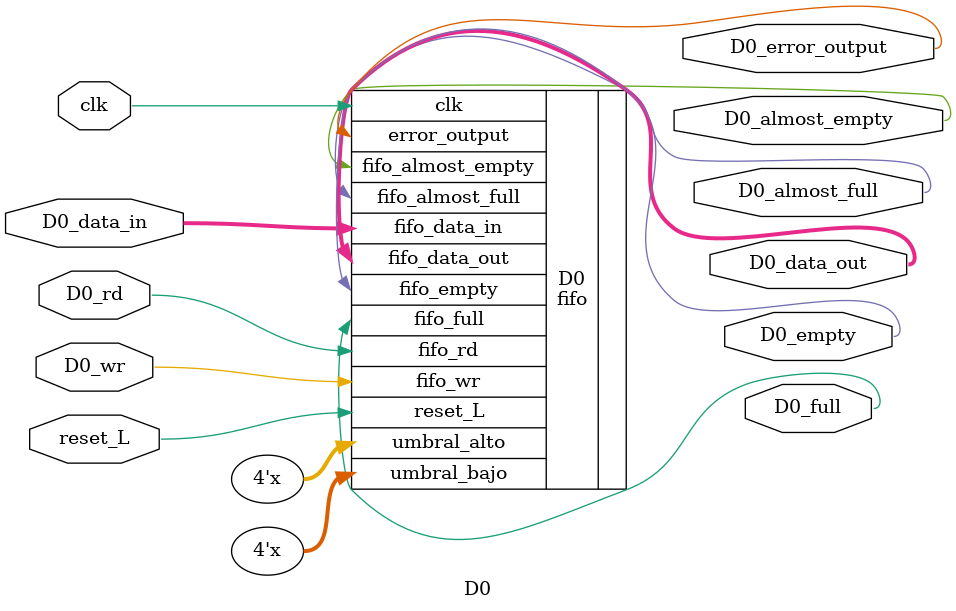
<source format=v>
module D0 #(
parameter		BW4=6,	// Byte/data width
parameter [5:0]	LEN=4,
parameter TOL = 1)
    (
	input				clk, reset_L,
	input				D0_wr,
	input	 [(BW4-1):0]	D0_data_in,
	input				D0_rd,
	output	[(BW4-1):0]	D0_data_out,
	output  			D0_error_output,
	output   				D0_full,
	output   				D0_empty,
	output   				D0_almost_full,
	output   				D0_almost_empty);

fifo #(.BW(BW4), .LEN(LEN), .TOL(TOL)) D0  (
	 // Outputs
	 .fifo_data_out			(D0_data_out[(BW4-1):0]),
	 .error_output			(D0_error_output),
	 .fifo_full			(D0_full),
	 .fifo_empty			(D0_empty),
	 .fifo_almost_full		(D0_almost_full),
	 .fifo_almost_empty		(D0_almost_empty),
	 // Inputs
	 .clk				(clk),
	 .reset_L			(reset_L),
	 .fifo_wr			(D0_wr),
	 .umbral_bajo		(UmbralD0_LOW_cond[(LEN-1):0]),
	 .umbral_alto		(UmbralD0_HIGH_cond[(LEN-1):0]),
	 .fifo_data_in			(D0_data_in[(BW4-1):0]),
	 .fifo_rd			(D0_rd)) ;

endmodule

</source>
